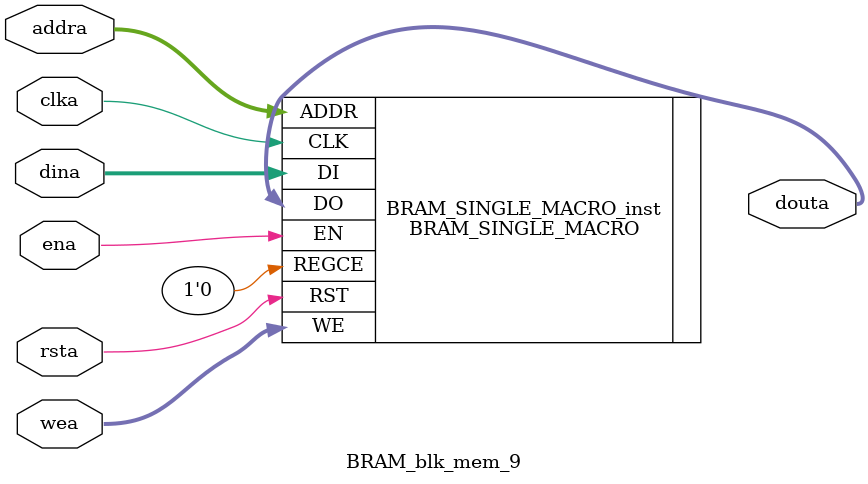
<source format=v>
`timescale 1ns/1ps

module BRAM_blk_mem_9 (
  clka,
  ena,
  wea,
  addra,
  dina,
  douta,
  rsta
);


input wire clka;

input wire ena;

input wire rsta;

input wire [1 : 0] wea;

input wire [9 : 0] addra;

input wire [15 : 0] dina;

output wire [15 : 0] douta;


// BRAM_SINGLE_MACRO : In order to incorporate this function into the design,
//   Verilog   : the following instance declaration needs to be placed
//  instance   : in the body of the design code.  The instance name
// declaration : (BRAM_SINGLE_MACRO_inst) and/or the port declarations within the
//    code     : parenthesis may be changed to properly reference and
//             : connect this function to the design.  All inputs
//             : and outputs must be connected.

//  <-----Cut code below this line---->

   // BRAM_SINGLE_MACRO: Single Port RAM
   //                    Artix-7
   // Xilinx HDL Language Template, version 2016.4
   
   /////////////////////////////////////////////////////////////////////
   //  READ_WIDTH | BRAM_SIZE | READ Depth  | ADDR Width |            //
   // WRITE_WIDTH |           | WRITE Depth |            |  WE Width  //
   // ============|===========|=============|============|============//
   //    37-72    |  "36Kb"   |      512    |    9-bit   |    8-bit   //
   //    19-36    |  "36Kb"   |     1024    |   10-bit   |    4-bit   //
   //    19-36    |  "18Kb"   |      512    |    9-bit   |    4-bit   //
   //    10-18    |  "36Kb"   |     2048    |   11-bit   |    2-bit   //
   //    10-18    |  "18Kb"   |     1024    |   10-bit   |    2-bit   //
   //     5-9     |  "36Kb"   |     4096    |   12-bit   |    1-bit   //
   //     5-9     |  "18Kb"   |     2048    |   11-bit   |    1-bit   //
   //     3-4     |  "36Kb"   |     8192    |   13-bit   |    1-bit   //
   //     3-4     |  "18Kb"   |     4096    |   12-bit   |    1-bit   //
   //       2     |  "36Kb"   |    16384    |   14-bit   |    1-bit   //
   //       2     |  "18Kb"   |     8192    |   13-bit   |    1-bit   //
   //       1     |  "36Kb"   |    32768    |   15-bit   |    1-bit   //
   //       1     |  "18Kb"   |    16384    |   14-bit   |    1-bit   //
   /////////////////////////////////////////////////////////////////////

   BRAM_SINGLE_MACRO #(
      .BRAM_SIZE("18Kb"), // Target BRAM, "18Kb" or "36Kb" 
      .DEVICE("7SERIES"), // Target Device: "7SERIES" 
      .DO_REG(0), // Optional output register (0 or 1)
      .INIT(36'h000000000), // Initial values on output port
      .INIT_FILE ("weight_9.mem"),
      .WRITE_WIDTH(16), // Valid values are 1-72 (37-72 only valid when BRAM_SIZE="36Kb")
      .READ_WIDTH(16),  // Valid values are 1-72 (37-72 only valid when BRAM_SIZE="36Kb")
      .SRVAL(36'h000000000), // Set/Reset value for port output
      .WRITE_MODE("WRITE_FIRST"), // "WRITE_FIRST", "READ_FIRST", or "NO_CHANGE" 
      .INIT_00(256'h0000000000000000000000000000000000000000000000000000000000000000),
      .INIT_01(256'h0000000000000000000000000000000000000000000000000000000000000000),
      .INIT_02(256'h0000000000000000000000000000000000000000000000000000000000000000),
      .INIT_03(256'h0000000000000000000000000000000000000000000000000000000000000000),
      .INIT_04(256'h0000000000000000000000000000000000000000000000000000000000000000),
      .INIT_05(256'h0000000000000000000000000000000000000000000000000000000000000000),
      .INIT_06(256'h0000000000000000000000000000000000000000000000000000000000000000),
      .INIT_07(256'h0000000000000000000000000000000000000000000000000000000000000000),
      .INIT_08(256'h0000000000000000000000000000000000000000000000000000000000000000),
      .INIT_09(256'h0000000000000000000000000000000000000000000000000000000000000000),
      .INIT_0A(256'h0000000000000000000000000000000000000000000000000000000000000000),
      .INIT_0B(256'h0000000000000000000000000000000000000000000000000000000000000000),
      .INIT_0C(256'h0000000000000000000000000000000000000000000000000000000000000000),
      .INIT_0D(256'h0000000000000000000000000000000000000000000000000000000000000000),
      .INIT_0E(256'h0000000000000000000000000000000000000000000000000000000000000000),
      .INIT_0F(256'h0000000000000000000000000000000000000000000000000000000000000000),
      .INIT_10(256'h0000000000000000000000000000000000000000000000000000000000000000),
      .INIT_11(256'h0000000000000000000000000000000000000000000000000000000000000000),
      .INIT_12(256'h0000000000000000000000000000000000000000000000000000000000000000),
      .INIT_13(256'h0000000000000000000000000000000000000000000000000000000000000000),
      .INIT_14(256'h0000000000000000000000000000000000000000000000000000000000000000),
      .INIT_15(256'h0000000000000000000000000000000000000000000000000000000000000000),
      .INIT_16(256'h0000000000000000000000000000000000000000000000000000000000000000),
      .INIT_17(256'h0000000000000000000000000000000000000000000000000000000000000000),
      .INIT_18(256'h0000000000000000000000000000000000000000000000000000000000000000),
      .INIT_19(256'h0000000000000000000000000000000000000000000000000000000000000000),
      .INIT_1A(256'h0000000000000000000000000000000000000000000000000000000000000000),
      .INIT_1B(256'h0000000000000000000000000000000000000000000000000000000000000000),
      .INIT_1C(256'h0000000000000000000000000000000000000000000000000000000000000000),
      .INIT_1D(256'h0000000000000000000000000000000000000000000000000000000000000000),
      .INIT_1E(256'h0000000000000000000000000000000000000000000000000000000000000000),
      .INIT_1F(256'h0000000000000000000000000000000000000000000000000000000000000000),
      .INIT_20(256'h0000000000000000000000000000000000000000000000000000000000000000),
      .INIT_21(256'h0000000000000000000000000000000000000000000000000000000000000000),
      .INIT_22(256'h0000000000000000000000000000000000000000000000000000000000000000),
      .INIT_23(256'h0000000000000000000000000000000000000000000000000000000000000000),
      .INIT_24(256'h0000000000000000000000000000000000000000000000000000000000000000),
      .INIT_25(256'h0000000000000000000000000000000000000000000000000000000000000000),
      .INIT_26(256'h0000000000000000000000000000000000000000000000000000000000000000),
      .INIT_27(256'h0000000000000000000000000000000000000000000000000000000000000000),
      .INIT_28(256'h0000000000000000000000000000000000000000000000000000000000000000),
      .INIT_29(256'h0000000000000000000000000000000000000000000000000000000000000000),
      .INIT_2A(256'h0000000000000000000000000000000000000000000000000000000000000000),
      .INIT_2B(256'h0000000000000000000000000000000000000000000000000000000000000000),
      .INIT_2C(256'h0000000000000000000000000000000000000000000000000000000000000000),
      .INIT_2D(256'h0000000000000000000000000000000000000000000000000000000000000000),
      .INIT_2E(256'h0000000000000000000000000000000000000000000000000000000000000000),
      .INIT_2F(256'h0000000000000000000000000000000000000000000000000000000000000000),
      .INIT_30(256'h0000000000000000000000000000000000000000000000000000000000000000),
      .INIT_31(256'h0000000000000000000000000000000000000000000000000000000000000000),
      .INIT_32(256'h0000000000000000000000000000000000000000000000000000000000000000),
      .INIT_33(256'h0000000000000000000000000000000000000000000000000000000000000000),
      .INIT_34(256'h0000000000000000000000000000000000000000000000000000000000000000),
      .INIT_35(256'h0000000000000000000000000000000000000000000000000000000000000000),
      .INIT_36(256'h0000000000000000000000000000000000000000000000000000000000000000),
      .INIT_37(256'h0000000000000000000000000000000000000000000000000000000000000000),
      .INIT_38(256'h0000000000000000000000000000000000000000000000000000000000000000),
      .INIT_39(256'h0000000000000000000000000000000000000000000000000000000000000000),
      .INIT_3A(256'h0000000000000000000000000000000000000000000000000000000000000000),
      .INIT_3B(256'h0000000000000000000000000000000000000000000000000000000000000000),
      .INIT_3C(256'h0000000000000000000000000000000000000000000000000000000000000000),
      .INIT_3D(256'h0000000000000000000000000000000000000000000000000000000000000000),
      .INIT_3E(256'h0000000000000000000000000000000000000000000000000000000000000000),
      .INIT_3F(256'h0000000000000000000000000000000000000000000000000000000000000000),
      
      // The next set of INIT_xx are valid when configured as 36Kb
      .INIT_40(256'h0000000000000000000000000000000000000000000000000000000000000000),
      .INIT_41(256'h0000000000000000000000000000000000000000000000000000000000000000),
      .INIT_42(256'h0000000000000000000000000000000000000000000000000000000000000000),
      .INIT_43(256'h0000000000000000000000000000000000000000000000000000000000000000),
      .INIT_44(256'h0000000000000000000000000000000000000000000000000000000000000000),
      .INIT_45(256'h0000000000000000000000000000000000000000000000000000000000000000),
      .INIT_46(256'h0000000000000000000000000000000000000000000000000000000000000000),
      .INIT_47(256'h0000000000000000000000000000000000000000000000000000000000000000),
      .INIT_48(256'h0000000000000000000000000000000000000000000000000000000000000000),
      .INIT_49(256'h0000000000000000000000000000000000000000000000000000000000000000),
      .INIT_4A(256'h0000000000000000000000000000000000000000000000000000000000000000),
      .INIT_4B(256'h0000000000000000000000000000000000000000000000000000000000000000),
      .INIT_4C(256'h0000000000000000000000000000000000000000000000000000000000000000),
      .INIT_4D(256'h0000000000000000000000000000000000000000000000000000000000000000),
      .INIT_4E(256'h0000000000000000000000000000000000000000000000000000000000000000),
      .INIT_4F(256'h0000000000000000000000000000000000000000000000000000000000000000),
      .INIT_50(256'h0000000000000000000000000000000000000000000000000000000000000000),
      .INIT_51(256'h0000000000000000000000000000000000000000000000000000000000000000),
      .INIT_52(256'h0000000000000000000000000000000000000000000000000000000000000000),
      .INIT_53(256'h0000000000000000000000000000000000000000000000000000000000000000),
      .INIT_54(256'h0000000000000000000000000000000000000000000000000000000000000000),
      .INIT_55(256'h0000000000000000000000000000000000000000000000000000000000000000),
      .INIT_56(256'h0000000000000000000000000000000000000000000000000000000000000000),
      .INIT_57(256'h0000000000000000000000000000000000000000000000000000000000000000),
      .INIT_58(256'h0000000000000000000000000000000000000000000000000000000000000000),
      .INIT_59(256'h0000000000000000000000000000000000000000000000000000000000000000),
      .INIT_5A(256'h0000000000000000000000000000000000000000000000000000000000000000),
      .INIT_5B(256'h0000000000000000000000000000000000000000000000000000000000000000),
      .INIT_5C(256'h0000000000000000000000000000000000000000000000000000000000000000),
      .INIT_5D(256'h0000000000000000000000000000000000000000000000000000000000000000),
      .INIT_5E(256'h0000000000000000000000000000000000000000000000000000000000000000),
      .INIT_5F(256'h0000000000000000000000000000000000000000000000000000000000000000),
      .INIT_60(256'h0000000000000000000000000000000000000000000000000000000000000000),
      .INIT_61(256'h0000000000000000000000000000000000000000000000000000000000000000),
      .INIT_62(256'h0000000000000000000000000000000000000000000000000000000000000000),
      .INIT_63(256'h0000000000000000000000000000000000000000000000000000000000000000),
      .INIT_64(256'h0000000000000000000000000000000000000000000000000000000000000000),
      .INIT_65(256'h0000000000000000000000000000000000000000000000000000000000000000),
      .INIT_66(256'h0000000000000000000000000000000000000000000000000000000000000000),
      .INIT_67(256'h0000000000000000000000000000000000000000000000000000000000000000),
      .INIT_68(256'h0000000000000000000000000000000000000000000000000000000000000000),
      .INIT_69(256'h0000000000000000000000000000000000000000000000000000000000000000),
      .INIT_6A(256'h0000000000000000000000000000000000000000000000000000000000000000),
      .INIT_6B(256'h0000000000000000000000000000000000000000000000000000000000000000),
      .INIT_6C(256'h0000000000000000000000000000000000000000000000000000000000000000),
      .INIT_6D(256'h0000000000000000000000000000000000000000000000000000000000000000),
      .INIT_6E(256'h0000000000000000000000000000000000000000000000000000000000000000),
      .INIT_6F(256'h0000000000000000000000000000000000000000000000000000000000000000),
      .INIT_70(256'h0000000000000000000000000000000000000000000000000000000000000000),
      .INIT_71(256'h0000000000000000000000000000000000000000000000000000000000000000),
      .INIT_72(256'h0000000000000000000000000000000000000000000000000000000000000000),
      .INIT_73(256'h0000000000000000000000000000000000000000000000000000000000000000),
      .INIT_74(256'h0000000000000000000000000000000000000000000000000000000000000000),
      .INIT_75(256'h0000000000000000000000000000000000000000000000000000000000000000),
      .INIT_76(256'h0000000000000000000000000000000000000000000000000000000000000000),
      .INIT_77(256'h0000000000000000000000000000000000000000000000000000000000000000),
      .INIT_78(256'h0000000000000000000000000000000000000000000000000000000000000000),
      .INIT_79(256'h0000000000000000000000000000000000000000000000000000000000000000),
      .INIT_7A(256'h0000000000000000000000000000000000000000000000000000000000000000),
      .INIT_7B(256'h0000000000000000000000000000000000000000000000000000000000000000),
      .INIT_7C(256'h0000000000000000000000000000000000000000000000000000000000000000),
      .INIT_7D(256'h0000000000000000000000000000000000000000000000000000000000000000),
      .INIT_7E(256'h0000000000000000000000000000000000000000000000000000000000000000),
      .INIT_7F(256'h0000000000000000000000000000000000000000000000000000000000000000),
      
      // The next set of INITP_xx are for the parity bits
      .INITP_00(256'h0000000000000000000000000000000000000000000000000000000000000000),
      .INITP_01(256'h0000000000000000000000000000000000000000000000000000000000000000),
      .INITP_02(256'h0000000000000000000000000000000000000000000000000000000000000000),
      .INITP_03(256'h0000000000000000000000000000000000000000000000000000000000000000),
      .INITP_04(256'h0000000000000000000000000000000000000000000000000000000000000000),
      .INITP_05(256'h0000000000000000000000000000000000000000000000000000000000000000),
      .INITP_06(256'h0000000000000000000000000000000000000000000000000000000000000000),
      .INITP_07(256'h0000000000000000000000000000000000000000000000000000000000000000),
      
      // The next set of INIT_xx are valid when configured as 36Kb
      .INITP_08(256'h0000000000000000000000000000000000000000000000000000000000000000),
      .INITP_09(256'h0000000000000000000000000000000000000000000000000000000000000000),
      .INITP_0A(256'h0000000000000000000000000000000000000000000000000000000000000000),
      .INITP_0B(256'h0000000000000000000000000000000000000000000000000000000000000000),
      .INITP_0C(256'h0000000000000000000000000000000000000000000000000000000000000000),
      .INITP_0D(256'h0000000000000000000000000000000000000000000000000000000000000000),
      .INITP_0E(256'h0000000000000000000000000000000000000000000000000000000000000000),
      .INITP_0F(256'h0000000000000000000000000000000000000000000000000000000000000000)
   ) BRAM_SINGLE_MACRO_inst (
      .DO(douta),       // Output data, width defined by READ_WIDTH parameter
      .ADDR(addra),   // Input address, width defined by read/write port depth
      .CLK(clka),     // 1-bit input clock
      .DI(dina),       // Input data port, width defined by WRITE_WIDTH parameter
      .EN(ena),       // 1-bit input RAM enable
      .REGCE(1'D0), // 1-bit input output register enable
      .RST(rsta),     // 1-bit input reset
      .WE(wea)        // Input write enable, width defined by write port depth
   );

   // End of BRAM_SINGLE_MACRO_inst instantiation
				
				
				
  
endmodule

</source>
